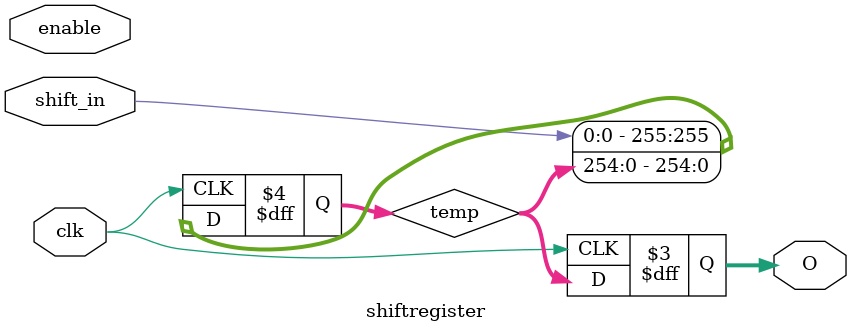
<source format=v>
module shiftregister #(
							parameter WIDTH = 256) (
							input clk,
							input enable,
							input shift_in,
							output reg [WIDTH-1:0] O);
			
	reg [WIDTH-1:0] temp;
	
	
	always @(posedge clk) begin
		temp <= {shift_in, temp[WIDTH-2:0]};
	end
		
	always @(posedge clk) begin
		O <= temp;
	end
	
endmodule
</source>
